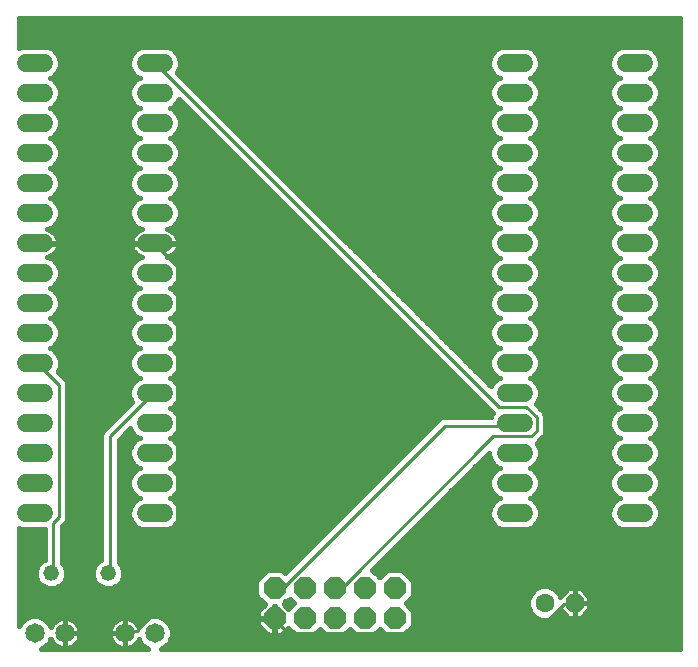
<source format=gbl>
G75*
%MOIN*%
%OFA0B0*%
%FSLAX25Y25*%
%IPPOS*%
%LPD*%
%AMOC8*
5,1,8,0,0,1.08239X$1,22.5*
%
%ADD10OC8,0.06300*%
%ADD11C,0.06300*%
%ADD12OC8,0.07400*%
%ADD13C,0.06000*%
%ADD14C,0.05200*%
%ADD15C,0.06500*%
%ADD16C,0.01000*%
%ADD17C,0.04000*%
%ADD18C,0.01600*%
D10*
X0191800Y0021800D03*
D11*
X0181800Y0021800D03*
D12*
X0131800Y0016800D03*
X0131800Y0026800D03*
X0121800Y0026800D03*
X0111800Y0026800D03*
X0111800Y0016800D03*
X0121800Y0016800D03*
X0101800Y0016800D03*
X0091800Y0016800D03*
X0091800Y0026800D03*
X0101800Y0026800D03*
D13*
X0054800Y0051800D02*
X0048800Y0051800D01*
X0048800Y0061800D02*
X0054800Y0061800D01*
X0054800Y0071800D02*
X0048800Y0071800D01*
X0048800Y0081800D02*
X0054800Y0081800D01*
X0054800Y0091800D02*
X0048800Y0091800D01*
X0048800Y0101800D02*
X0054800Y0101800D01*
X0054800Y0111800D02*
X0048800Y0111800D01*
X0048800Y0121800D02*
X0054800Y0121800D01*
X0054800Y0131800D02*
X0048800Y0131800D01*
X0048800Y0141800D02*
X0054800Y0141800D01*
X0054800Y0151800D02*
X0048800Y0151800D01*
X0048800Y0161800D02*
X0054800Y0161800D01*
X0054800Y0171800D02*
X0048800Y0171800D01*
X0048800Y0181800D02*
X0054800Y0181800D01*
X0054800Y0191800D02*
X0048800Y0191800D01*
X0048800Y0201800D02*
X0054800Y0201800D01*
X0014800Y0201800D02*
X0008800Y0201800D01*
X0008800Y0191800D02*
X0014800Y0191800D01*
X0014800Y0181800D02*
X0008800Y0181800D01*
X0008800Y0171800D02*
X0014800Y0171800D01*
X0014800Y0161800D02*
X0008800Y0161800D01*
X0008800Y0151800D02*
X0014800Y0151800D01*
X0014800Y0141800D02*
X0008800Y0141800D01*
X0008800Y0131800D02*
X0014800Y0131800D01*
X0014800Y0121800D02*
X0008800Y0121800D01*
X0008800Y0111800D02*
X0014800Y0111800D01*
X0014800Y0101800D02*
X0008800Y0101800D01*
X0008800Y0091800D02*
X0014800Y0091800D01*
X0014800Y0081800D02*
X0008800Y0081800D01*
X0008800Y0071800D02*
X0014800Y0071800D01*
X0014800Y0061800D02*
X0008800Y0061800D01*
X0008800Y0051800D02*
X0014800Y0051800D01*
X0168800Y0051800D02*
X0174800Y0051800D01*
X0174800Y0061800D02*
X0168800Y0061800D01*
X0168800Y0071800D02*
X0174800Y0071800D01*
X0174800Y0081800D02*
X0168800Y0081800D01*
X0168800Y0091800D02*
X0174800Y0091800D01*
X0174800Y0101800D02*
X0168800Y0101800D01*
X0168800Y0111800D02*
X0174800Y0111800D01*
X0174800Y0121800D02*
X0168800Y0121800D01*
X0168800Y0131800D02*
X0174800Y0131800D01*
X0174800Y0141800D02*
X0168800Y0141800D01*
X0168800Y0151800D02*
X0174800Y0151800D01*
X0174800Y0161800D02*
X0168800Y0161800D01*
X0168800Y0171800D02*
X0174800Y0171800D01*
X0174800Y0181800D02*
X0168800Y0181800D01*
X0168800Y0191800D02*
X0174800Y0191800D01*
X0174800Y0201800D02*
X0168800Y0201800D01*
X0208800Y0201800D02*
X0214800Y0201800D01*
X0214800Y0191800D02*
X0208800Y0191800D01*
X0208800Y0181800D02*
X0214800Y0181800D01*
X0214800Y0171800D02*
X0208800Y0171800D01*
X0208800Y0161800D02*
X0214800Y0161800D01*
X0214800Y0151800D02*
X0208800Y0151800D01*
X0208800Y0141800D02*
X0214800Y0141800D01*
X0214800Y0131800D02*
X0208800Y0131800D01*
X0208800Y0121800D02*
X0214800Y0121800D01*
X0214800Y0111800D02*
X0208800Y0111800D01*
X0208800Y0101800D02*
X0214800Y0101800D01*
X0214800Y0091800D02*
X0208800Y0091800D01*
X0208800Y0081800D02*
X0214800Y0081800D01*
X0214800Y0071800D02*
X0208800Y0071800D01*
X0208800Y0061800D02*
X0214800Y0061800D01*
X0214800Y0051800D02*
X0208800Y0051800D01*
D14*
X0036300Y0031800D03*
X0017300Y0031800D03*
D15*
X0021800Y0011800D03*
X0011800Y0011800D03*
X0041800Y0011800D03*
X0051800Y0011800D03*
D16*
X0050400Y0017100D02*
X0059400Y0017100D01*
X0059400Y0134100D01*
X0052200Y0141300D01*
X0051800Y0141800D01*
X0012600Y0101700D02*
X0011800Y0101800D01*
X0012600Y0101700D02*
X0019800Y0094500D01*
X0019800Y0050400D01*
X0018000Y0048600D01*
X0018000Y0032400D01*
X0017300Y0031800D01*
X0036300Y0031800D02*
X0036900Y0032400D01*
X0036900Y0077400D01*
X0051300Y0091800D01*
X0051800Y0091800D01*
X0091800Y0027000D02*
X0091800Y0026800D01*
X0091800Y0027000D02*
X0094500Y0027000D01*
X0148500Y0081000D01*
X0171000Y0081000D01*
X0171800Y0081800D01*
X0177300Y0077400D02*
X0179100Y0079200D01*
X0179100Y0083700D01*
X0175500Y0087300D01*
X0166500Y0087300D01*
X0052200Y0201600D01*
X0051800Y0201800D01*
X0164700Y0077400D02*
X0177300Y0077400D01*
X0164700Y0077400D02*
X0114300Y0027000D01*
X0112500Y0027000D01*
X0111800Y0026800D01*
X0096300Y0011700D02*
X0091800Y0016200D01*
X0091800Y0016800D01*
X0091800Y0017100D01*
X0059400Y0017100D01*
X0050400Y0017100D02*
X0045900Y0012600D01*
X0042300Y0012600D01*
X0041800Y0011800D01*
X0096300Y0011700D02*
X0178200Y0011700D01*
X0188100Y0021600D01*
X0191700Y0021600D01*
X0191800Y0021800D01*
D17*
X0096300Y0021600D03*
D18*
X0015000Y0007010D02*
X0014010Y0006600D01*
X0049590Y0006600D01*
X0048600Y0007010D01*
X0047010Y0008600D01*
X0046483Y0009872D01*
X0046480Y0009861D01*
X0046119Y0009153D01*
X0045652Y0008510D01*
X0045090Y0007948D01*
X0044447Y0007481D01*
X0043739Y0007120D01*
X0042983Y0006874D01*
X0042197Y0006750D01*
X0041800Y0006750D01*
X0041800Y0011800D01*
X0041800Y0011800D01*
X0041800Y0016850D01*
X0042197Y0016850D01*
X0042983Y0016726D01*
X0043739Y0016480D01*
X0044447Y0016119D01*
X0045090Y0015652D01*
X0045652Y0015090D01*
X0046119Y0014447D01*
X0046480Y0013739D01*
X0046483Y0013728D01*
X0047010Y0015000D01*
X0048600Y0016590D01*
X0050676Y0017450D01*
X0052924Y0017450D01*
X0055000Y0016590D01*
X0056590Y0015000D01*
X0057450Y0012924D01*
X0057450Y0010676D01*
X0056590Y0008600D01*
X0055000Y0007010D01*
X0054010Y0006600D01*
X0226800Y0006600D01*
X0226800Y0216800D01*
X0006600Y0216800D01*
X0006600Y0206734D01*
X0007726Y0207200D01*
X0015874Y0207200D01*
X0017859Y0206378D01*
X0019378Y0204859D01*
X0020200Y0202874D01*
X0020200Y0200726D01*
X0019378Y0198741D01*
X0017859Y0197222D01*
X0016840Y0196800D01*
X0017859Y0196378D01*
X0019378Y0194859D01*
X0020200Y0192874D01*
X0020200Y0190726D01*
X0019378Y0188741D01*
X0017859Y0187222D01*
X0016840Y0186800D01*
X0017859Y0186378D01*
X0019378Y0184859D01*
X0020200Y0182874D01*
X0020200Y0180726D01*
X0019378Y0178741D01*
X0017859Y0177222D01*
X0016840Y0176800D01*
X0017859Y0176378D01*
X0019378Y0174859D01*
X0020200Y0172874D01*
X0020200Y0170726D01*
X0019378Y0168741D01*
X0017859Y0167222D01*
X0016840Y0166800D01*
X0017859Y0166378D01*
X0019378Y0164859D01*
X0020200Y0162874D01*
X0020200Y0160726D01*
X0019378Y0158741D01*
X0017859Y0157222D01*
X0016840Y0156800D01*
X0017859Y0156378D01*
X0019378Y0154859D01*
X0020200Y0152874D01*
X0020200Y0150726D01*
X0019378Y0148741D01*
X0017859Y0147222D01*
X0016007Y0146455D01*
X0016643Y0146248D01*
X0017316Y0145905D01*
X0017927Y0145461D01*
X0018461Y0144927D01*
X0018905Y0144316D01*
X0019248Y0143643D01*
X0019482Y0142924D01*
X0019600Y0142178D01*
X0019600Y0142000D01*
X0012000Y0142000D01*
X0012000Y0141600D01*
X0019600Y0141600D01*
X0019600Y0141422D01*
X0019482Y0140676D01*
X0019248Y0139957D01*
X0018905Y0139284D01*
X0018461Y0138673D01*
X0017927Y0138139D01*
X0017316Y0137695D01*
X0016643Y0137352D01*
X0016007Y0137145D01*
X0017859Y0136378D01*
X0019378Y0134859D01*
X0020200Y0132874D01*
X0020200Y0130726D01*
X0019378Y0128741D01*
X0017859Y0127222D01*
X0016840Y0126800D01*
X0017859Y0126378D01*
X0019378Y0124859D01*
X0020200Y0122874D01*
X0020200Y0120726D01*
X0019378Y0118741D01*
X0017859Y0117222D01*
X0016840Y0116800D01*
X0017859Y0116378D01*
X0019378Y0114859D01*
X0020200Y0112874D01*
X0020200Y0110726D01*
X0019378Y0108741D01*
X0017859Y0107222D01*
X0016840Y0106800D01*
X0017859Y0106378D01*
X0019378Y0104859D01*
X0020200Y0102874D01*
X0020200Y0100726D01*
X0019461Y0098941D01*
X0022258Y0096143D01*
X0022700Y0095077D01*
X0022700Y0049823D01*
X0022258Y0048757D01*
X0021443Y0047941D01*
X0020900Y0047399D01*
X0020900Y0035271D01*
X0021539Y0034632D01*
X0022300Y0032795D01*
X0022300Y0030805D01*
X0021539Y0028968D01*
X0020132Y0027561D01*
X0018295Y0026800D01*
X0016305Y0026800D01*
X0014468Y0027561D01*
X0013061Y0028968D01*
X0012300Y0030805D01*
X0012300Y0032795D01*
X0013061Y0034632D01*
X0014468Y0036039D01*
X0015100Y0036301D01*
X0015100Y0046400D01*
X0007726Y0046400D01*
X0006600Y0046866D01*
X0006600Y0014010D01*
X0007010Y0015000D01*
X0008600Y0016590D01*
X0010676Y0017450D01*
X0012924Y0017450D01*
X0015000Y0016590D01*
X0016590Y0015000D01*
X0017117Y0013728D01*
X0017120Y0013739D01*
X0017481Y0014447D01*
X0017948Y0015090D01*
X0018510Y0015652D01*
X0019153Y0016119D01*
X0019861Y0016480D01*
X0020617Y0016726D01*
X0021403Y0016850D01*
X0021800Y0016850D01*
X0021800Y0011800D01*
X0021800Y0011800D01*
X0026850Y0011800D01*
X0026850Y0012197D01*
X0026726Y0012983D01*
X0026480Y0013739D01*
X0026119Y0014447D01*
X0025652Y0015090D01*
X0025090Y0015652D01*
X0024447Y0016119D01*
X0023739Y0016480D01*
X0022983Y0016726D01*
X0022197Y0016850D01*
X0021800Y0016850D01*
X0021800Y0011800D01*
X0021800Y0011800D01*
X0026850Y0011800D01*
X0026850Y0011403D01*
X0026726Y0010617D01*
X0026480Y0009861D01*
X0026119Y0009153D01*
X0025652Y0008510D01*
X0025090Y0007948D01*
X0024447Y0007481D01*
X0023739Y0007120D01*
X0022983Y0006874D01*
X0022197Y0006750D01*
X0021800Y0006750D01*
X0021800Y0011800D01*
X0021800Y0011800D01*
X0021800Y0006750D01*
X0021403Y0006750D01*
X0020617Y0006874D01*
X0019861Y0007120D01*
X0019153Y0007481D01*
X0018510Y0007948D01*
X0017948Y0008510D01*
X0017481Y0009153D01*
X0017120Y0009861D01*
X0017117Y0009872D01*
X0016590Y0008600D01*
X0015000Y0007010D01*
X0016184Y0008194D02*
X0018264Y0008194D01*
X0017155Y0009793D02*
X0017084Y0009793D01*
X0021800Y0009793D02*
X0021800Y0009793D01*
X0021800Y0011391D02*
X0021800Y0011391D01*
X0021800Y0012990D02*
X0021800Y0012990D01*
X0021800Y0014588D02*
X0021800Y0014588D01*
X0021800Y0016187D02*
X0021800Y0016187D01*
X0019286Y0016187D02*
X0015404Y0016187D01*
X0016761Y0014588D02*
X0017584Y0014588D01*
X0024314Y0016187D02*
X0039286Y0016187D01*
X0039153Y0016119D02*
X0038510Y0015652D01*
X0037948Y0015090D01*
X0037481Y0014447D01*
X0037120Y0013739D01*
X0036874Y0012983D01*
X0036750Y0012197D01*
X0036750Y0011800D01*
X0041800Y0011800D01*
X0041800Y0011800D01*
X0041800Y0011800D01*
X0041800Y0016850D01*
X0041403Y0016850D01*
X0040617Y0016726D01*
X0039861Y0016480D01*
X0039153Y0016119D01*
X0037584Y0014588D02*
X0026016Y0014588D01*
X0026723Y0012990D02*
X0036877Y0012990D01*
X0036750Y0011800D02*
X0036750Y0011403D01*
X0036874Y0010617D01*
X0037120Y0009861D01*
X0037481Y0009153D01*
X0037948Y0008510D01*
X0038510Y0007948D01*
X0039153Y0007481D01*
X0039861Y0007120D01*
X0040617Y0006874D01*
X0041403Y0006750D01*
X0041800Y0006750D01*
X0041800Y0011800D01*
X0036750Y0011800D01*
X0036752Y0011391D02*
X0026848Y0011391D01*
X0026445Y0009793D02*
X0037155Y0009793D01*
X0038264Y0008194D02*
X0025336Y0008194D01*
X0021800Y0008194D02*
X0021800Y0008194D01*
X0008196Y0016187D02*
X0006600Y0016187D01*
X0006600Y0017785D02*
X0086300Y0017785D01*
X0086300Y0017000D02*
X0091600Y0017000D01*
X0091600Y0020700D01*
X0092000Y0020700D01*
X0092000Y0017000D01*
X0091600Y0017000D01*
X0091600Y0016600D01*
X0092000Y0016600D01*
X0092000Y0011300D01*
X0094078Y0011300D01*
X0096376Y0013598D01*
X0099273Y0010700D01*
X0104327Y0010700D01*
X0106800Y0013173D01*
X0109273Y0010700D01*
X0114327Y0010700D01*
X0116800Y0013173D01*
X0119273Y0010700D01*
X0124327Y0010700D01*
X0126800Y0013173D01*
X0129273Y0010700D01*
X0134327Y0010700D01*
X0137900Y0014273D01*
X0137900Y0019327D01*
X0135427Y0021800D01*
X0137900Y0024273D01*
X0137900Y0029327D01*
X0134327Y0032900D01*
X0129273Y0032900D01*
X0126800Y0030427D01*
X0124327Y0032900D01*
X0124301Y0032900D01*
X0163400Y0071999D01*
X0163400Y0070726D01*
X0164222Y0068741D01*
X0165741Y0067222D01*
X0166760Y0066800D01*
X0165741Y0066378D01*
X0164222Y0064859D01*
X0163400Y0062874D01*
X0163400Y0060726D01*
X0164222Y0058741D01*
X0165741Y0057222D01*
X0166760Y0056800D01*
X0165741Y0056378D01*
X0164222Y0054859D01*
X0163400Y0052874D01*
X0163400Y0050726D01*
X0164222Y0048741D01*
X0165741Y0047222D01*
X0167726Y0046400D01*
X0175874Y0046400D01*
X0177859Y0047222D01*
X0179378Y0048741D01*
X0180200Y0050726D01*
X0180200Y0052874D01*
X0179378Y0054859D01*
X0177859Y0056378D01*
X0176840Y0056800D01*
X0177859Y0057222D01*
X0179378Y0058741D01*
X0180200Y0060726D01*
X0180200Y0062874D01*
X0179378Y0064859D01*
X0177859Y0066378D01*
X0176840Y0066800D01*
X0177859Y0067222D01*
X0179378Y0068741D01*
X0180200Y0070726D01*
X0180200Y0072874D01*
X0179378Y0074859D01*
X0179119Y0075118D01*
X0180743Y0076741D01*
X0181558Y0077557D01*
X0182000Y0078623D01*
X0182000Y0084277D01*
X0181558Y0085343D01*
X0178769Y0088132D01*
X0179378Y0088741D01*
X0180200Y0090726D01*
X0180200Y0092874D01*
X0179378Y0094859D01*
X0177859Y0096378D01*
X0176840Y0096800D01*
X0177859Y0097222D01*
X0179378Y0098741D01*
X0180200Y0100726D01*
X0180200Y0102874D01*
X0179378Y0104859D01*
X0177859Y0106378D01*
X0176840Y0106800D01*
X0177859Y0107222D01*
X0179378Y0108741D01*
X0180200Y0110726D01*
X0180200Y0112874D01*
X0179378Y0114859D01*
X0177859Y0116378D01*
X0176840Y0116800D01*
X0177859Y0117222D01*
X0179378Y0118741D01*
X0180200Y0120726D01*
X0180200Y0122874D01*
X0179378Y0124859D01*
X0177859Y0126378D01*
X0176840Y0126800D01*
X0177859Y0127222D01*
X0179378Y0128741D01*
X0180200Y0130726D01*
X0180200Y0132874D01*
X0179378Y0134859D01*
X0177859Y0136378D01*
X0176840Y0136800D01*
X0177859Y0137222D01*
X0179378Y0138741D01*
X0180200Y0140726D01*
X0180200Y0142874D01*
X0179378Y0144859D01*
X0177859Y0146378D01*
X0176840Y0146800D01*
X0177859Y0147222D01*
X0179378Y0148741D01*
X0180200Y0150726D01*
X0180200Y0152874D01*
X0179378Y0154859D01*
X0177859Y0156378D01*
X0176840Y0156800D01*
X0177859Y0157222D01*
X0179378Y0158741D01*
X0180200Y0160726D01*
X0180200Y0162874D01*
X0179378Y0164859D01*
X0177859Y0166378D01*
X0176840Y0166800D01*
X0177859Y0167222D01*
X0179378Y0168741D01*
X0180200Y0170726D01*
X0180200Y0172874D01*
X0179378Y0174859D01*
X0177859Y0176378D01*
X0176840Y0176800D01*
X0177859Y0177222D01*
X0179378Y0178741D01*
X0180200Y0180726D01*
X0180200Y0182874D01*
X0179378Y0184859D01*
X0177859Y0186378D01*
X0176840Y0186800D01*
X0177859Y0187222D01*
X0179378Y0188741D01*
X0180200Y0190726D01*
X0180200Y0192874D01*
X0179378Y0194859D01*
X0177859Y0196378D01*
X0176840Y0196800D01*
X0177859Y0197222D01*
X0179378Y0198741D01*
X0180200Y0200726D01*
X0180200Y0202874D01*
X0179378Y0204859D01*
X0177859Y0206378D01*
X0175874Y0207200D01*
X0167726Y0207200D01*
X0165741Y0206378D01*
X0164222Y0204859D01*
X0163400Y0202874D01*
X0163400Y0200726D01*
X0164222Y0198741D01*
X0165741Y0197222D01*
X0166760Y0196800D01*
X0165741Y0196378D01*
X0164222Y0194859D01*
X0163400Y0192874D01*
X0163400Y0190726D01*
X0164222Y0188741D01*
X0165741Y0187222D01*
X0166760Y0186800D01*
X0165741Y0186378D01*
X0164222Y0184859D01*
X0163400Y0182874D01*
X0163400Y0180726D01*
X0164222Y0178741D01*
X0165741Y0177222D01*
X0166760Y0176800D01*
X0165741Y0176378D01*
X0164222Y0174859D01*
X0163400Y0172874D01*
X0163400Y0170726D01*
X0164222Y0168741D01*
X0165741Y0167222D01*
X0166760Y0166800D01*
X0165741Y0166378D01*
X0164222Y0164859D01*
X0163400Y0162874D01*
X0163400Y0160726D01*
X0164222Y0158741D01*
X0165741Y0157222D01*
X0166760Y0156800D01*
X0165741Y0156378D01*
X0164222Y0154859D01*
X0163400Y0152874D01*
X0163400Y0150726D01*
X0164222Y0148741D01*
X0165741Y0147222D01*
X0166760Y0146800D01*
X0165741Y0146378D01*
X0164222Y0144859D01*
X0163400Y0142874D01*
X0163400Y0140726D01*
X0164222Y0138741D01*
X0165741Y0137222D01*
X0166760Y0136800D01*
X0165741Y0136378D01*
X0164222Y0134859D01*
X0163400Y0132874D01*
X0163400Y0130726D01*
X0164222Y0128741D01*
X0165741Y0127222D01*
X0166760Y0126800D01*
X0165741Y0126378D01*
X0164222Y0124859D01*
X0163400Y0122874D01*
X0163400Y0120726D01*
X0164222Y0118741D01*
X0165741Y0117222D01*
X0166760Y0116800D01*
X0165741Y0116378D01*
X0164222Y0114859D01*
X0163400Y0112874D01*
X0163400Y0110726D01*
X0164222Y0108741D01*
X0165741Y0107222D01*
X0166760Y0106800D01*
X0165741Y0106378D01*
X0164222Y0104859D01*
X0163400Y0102874D01*
X0163400Y0100726D01*
X0164222Y0098741D01*
X0165741Y0097222D01*
X0166760Y0096800D01*
X0165741Y0096378D01*
X0164222Y0094859D01*
X0163877Y0094025D01*
X0059269Y0198632D01*
X0059378Y0198741D01*
X0060200Y0200726D01*
X0060200Y0202874D01*
X0059378Y0204859D01*
X0057859Y0206378D01*
X0055874Y0207200D01*
X0047726Y0207200D01*
X0045741Y0206378D01*
X0044222Y0204859D01*
X0043400Y0202874D01*
X0043400Y0200726D01*
X0044222Y0198741D01*
X0045741Y0197222D01*
X0046760Y0196800D01*
X0045741Y0196378D01*
X0044222Y0194859D01*
X0043400Y0192874D01*
X0043400Y0190726D01*
X0044222Y0188741D01*
X0045741Y0187222D01*
X0046760Y0186800D01*
X0045741Y0186378D01*
X0044222Y0184859D01*
X0043400Y0182874D01*
X0043400Y0180726D01*
X0044222Y0178741D01*
X0045741Y0177222D01*
X0046760Y0176800D01*
X0045741Y0176378D01*
X0044222Y0174859D01*
X0043400Y0172874D01*
X0043400Y0170726D01*
X0044222Y0168741D01*
X0045741Y0167222D01*
X0046760Y0166800D01*
X0045741Y0166378D01*
X0044222Y0164859D01*
X0043400Y0162874D01*
X0043400Y0160726D01*
X0044222Y0158741D01*
X0045741Y0157222D01*
X0046760Y0156800D01*
X0045741Y0156378D01*
X0044222Y0154859D01*
X0043400Y0152874D01*
X0043400Y0150726D01*
X0044222Y0148741D01*
X0045741Y0147222D01*
X0047593Y0146455D01*
X0046957Y0146248D01*
X0046284Y0145905D01*
X0045673Y0145461D01*
X0045139Y0144927D01*
X0044695Y0144316D01*
X0044352Y0143643D01*
X0044118Y0142924D01*
X0044000Y0142178D01*
X0044000Y0142000D01*
X0051600Y0142000D01*
X0051600Y0141600D01*
X0044000Y0141600D01*
X0044000Y0141422D01*
X0044118Y0140676D01*
X0044352Y0139957D01*
X0044695Y0139284D01*
X0045139Y0138673D01*
X0045673Y0138139D01*
X0046284Y0137695D01*
X0046957Y0137352D01*
X0047593Y0137145D01*
X0045741Y0136378D01*
X0044222Y0134859D01*
X0043400Y0132874D01*
X0043400Y0130726D01*
X0044222Y0128741D01*
X0045741Y0127222D01*
X0046760Y0126800D01*
X0045741Y0126378D01*
X0044222Y0124859D01*
X0043400Y0122874D01*
X0043400Y0120726D01*
X0044222Y0118741D01*
X0045741Y0117222D01*
X0046760Y0116800D01*
X0045741Y0116378D01*
X0044222Y0114859D01*
X0043400Y0112874D01*
X0043400Y0110726D01*
X0044222Y0108741D01*
X0045741Y0107222D01*
X0046760Y0106800D01*
X0045741Y0106378D01*
X0044222Y0104859D01*
X0043400Y0102874D01*
X0043400Y0100726D01*
X0044222Y0098741D01*
X0045741Y0097222D01*
X0046760Y0096800D01*
X0045741Y0096378D01*
X0044222Y0094859D01*
X0043400Y0092874D01*
X0043400Y0090726D01*
X0044198Y0088799D01*
X0034441Y0079043D01*
X0034000Y0077977D01*
X0034000Y0036259D01*
X0033468Y0036039D01*
X0032061Y0034632D01*
X0031300Y0032795D01*
X0031300Y0030805D01*
X0032061Y0028968D01*
X0033468Y0027561D01*
X0035305Y0026800D01*
X0037295Y0026800D01*
X0039132Y0027561D01*
X0040539Y0028968D01*
X0041300Y0030805D01*
X0041300Y0032795D01*
X0040539Y0034632D01*
X0039800Y0035371D01*
X0039800Y0076199D01*
X0043672Y0080070D01*
X0044222Y0078741D01*
X0045741Y0077222D01*
X0046760Y0076800D01*
X0045741Y0076378D01*
X0044222Y0074859D01*
X0043400Y0072874D01*
X0043400Y0070726D01*
X0044222Y0068741D01*
X0045741Y0067222D01*
X0046760Y0066800D01*
X0045741Y0066378D01*
X0044222Y0064859D01*
X0043400Y0062874D01*
X0043400Y0060726D01*
X0044222Y0058741D01*
X0045741Y0057222D01*
X0046760Y0056800D01*
X0045741Y0056378D01*
X0044222Y0054859D01*
X0043400Y0052874D01*
X0043400Y0050726D01*
X0044222Y0048741D01*
X0045741Y0047222D01*
X0047726Y0046400D01*
X0055874Y0046400D01*
X0057859Y0047222D01*
X0059378Y0048741D01*
X0060200Y0050726D01*
X0060200Y0052874D01*
X0059378Y0054859D01*
X0057859Y0056378D01*
X0056840Y0056800D01*
X0057859Y0057222D01*
X0059378Y0058741D01*
X0060200Y0060726D01*
X0060200Y0062874D01*
X0059378Y0064859D01*
X0057859Y0066378D01*
X0056840Y0066800D01*
X0057859Y0067222D01*
X0059378Y0068741D01*
X0060200Y0070726D01*
X0060200Y0072874D01*
X0059378Y0074859D01*
X0057859Y0076378D01*
X0056840Y0076800D01*
X0057859Y0077222D01*
X0059378Y0078741D01*
X0060200Y0080726D01*
X0060200Y0082874D01*
X0059378Y0084859D01*
X0057859Y0086378D01*
X0056840Y0086800D01*
X0057859Y0087222D01*
X0059378Y0088741D01*
X0060200Y0090726D01*
X0060200Y0092874D01*
X0059378Y0094859D01*
X0057859Y0096378D01*
X0056840Y0096800D01*
X0057859Y0097222D01*
X0059378Y0098741D01*
X0060200Y0100726D01*
X0060200Y0102874D01*
X0059378Y0104859D01*
X0057859Y0106378D01*
X0056840Y0106800D01*
X0057859Y0107222D01*
X0059378Y0108741D01*
X0060200Y0110726D01*
X0060200Y0112874D01*
X0059378Y0114859D01*
X0057859Y0116378D01*
X0056840Y0116800D01*
X0057859Y0117222D01*
X0059378Y0118741D01*
X0060200Y0120726D01*
X0060200Y0122874D01*
X0059378Y0124859D01*
X0057859Y0126378D01*
X0056840Y0126800D01*
X0057859Y0127222D01*
X0059378Y0128741D01*
X0060200Y0130726D01*
X0060200Y0132874D01*
X0059378Y0134859D01*
X0057859Y0136378D01*
X0056007Y0137145D01*
X0056643Y0137352D01*
X0057316Y0137695D01*
X0057927Y0138139D01*
X0058461Y0138673D01*
X0058905Y0139284D01*
X0059248Y0139957D01*
X0059482Y0140676D01*
X0059600Y0141422D01*
X0059600Y0141600D01*
X0052000Y0141600D01*
X0052000Y0142000D01*
X0059600Y0142000D01*
X0059600Y0142178D01*
X0059482Y0142924D01*
X0059248Y0143643D01*
X0058905Y0144316D01*
X0058461Y0144927D01*
X0057927Y0145461D01*
X0057316Y0145905D01*
X0056643Y0146248D01*
X0056007Y0146455D01*
X0057859Y0147222D01*
X0059378Y0148741D01*
X0060200Y0150726D01*
X0060200Y0152874D01*
X0059378Y0154859D01*
X0057859Y0156378D01*
X0056840Y0156800D01*
X0057859Y0157222D01*
X0059378Y0158741D01*
X0060200Y0160726D01*
X0060200Y0162874D01*
X0059378Y0164859D01*
X0057859Y0166378D01*
X0056840Y0166800D01*
X0057859Y0167222D01*
X0059378Y0168741D01*
X0060200Y0170726D01*
X0060200Y0172874D01*
X0059378Y0174859D01*
X0057859Y0176378D01*
X0056840Y0176800D01*
X0057859Y0177222D01*
X0059378Y0178741D01*
X0060200Y0180726D01*
X0060200Y0182874D01*
X0059378Y0184859D01*
X0057859Y0186378D01*
X0056840Y0186800D01*
X0057859Y0187222D01*
X0059378Y0188741D01*
X0059841Y0189858D01*
X0164531Y0085168D01*
X0164222Y0084859D01*
X0163825Y0083900D01*
X0147923Y0083900D01*
X0146857Y0083458D01*
X0146041Y0082643D01*
X0095313Y0031914D01*
X0094327Y0032900D01*
X0089273Y0032900D01*
X0085700Y0029327D01*
X0085700Y0024273D01*
X0088598Y0021376D01*
X0086300Y0019078D01*
X0086300Y0017000D01*
X0086300Y0016600D02*
X0086300Y0014522D01*
X0089522Y0011300D01*
X0091600Y0011300D01*
X0091600Y0016600D01*
X0086300Y0016600D01*
X0086300Y0016187D02*
X0055404Y0016187D01*
X0056761Y0014588D02*
X0086300Y0014588D01*
X0087832Y0012990D02*
X0057423Y0012990D01*
X0057450Y0011391D02*
X0089431Y0011391D01*
X0091600Y0011391D02*
X0092000Y0011391D01*
X0092000Y0012990D02*
X0091600Y0012990D01*
X0091600Y0014588D02*
X0092000Y0014588D01*
X0092000Y0016187D02*
X0091600Y0016187D01*
X0091600Y0017785D02*
X0092000Y0017785D01*
X0092000Y0019384D02*
X0091600Y0019384D01*
X0088204Y0020982D02*
X0006600Y0020982D01*
X0006600Y0019384D02*
X0086605Y0019384D01*
X0087393Y0022581D02*
X0006600Y0022581D01*
X0006600Y0024179D02*
X0085794Y0024179D01*
X0085700Y0025778D02*
X0006600Y0025778D01*
X0006600Y0027376D02*
X0014914Y0027376D01*
X0013058Y0028975D02*
X0006600Y0028975D01*
X0006600Y0030573D02*
X0012396Y0030573D01*
X0012300Y0032172D02*
X0006600Y0032172D01*
X0006600Y0033770D02*
X0012704Y0033770D01*
X0013798Y0035369D02*
X0006600Y0035369D01*
X0006600Y0036967D02*
X0015100Y0036967D01*
X0015100Y0038566D02*
X0006600Y0038566D01*
X0006600Y0040164D02*
X0015100Y0040164D01*
X0015100Y0041763D02*
X0006600Y0041763D01*
X0006600Y0043361D02*
X0015100Y0043361D01*
X0015100Y0044960D02*
X0006600Y0044960D01*
X0006600Y0046558D02*
X0007344Y0046558D01*
X0020900Y0046558D02*
X0034000Y0046558D01*
X0034000Y0044960D02*
X0020900Y0044960D01*
X0020900Y0043361D02*
X0034000Y0043361D01*
X0034000Y0041763D02*
X0020900Y0041763D01*
X0020900Y0040164D02*
X0034000Y0040164D01*
X0034000Y0038566D02*
X0020900Y0038566D01*
X0020900Y0036967D02*
X0034000Y0036967D01*
X0032798Y0035369D02*
X0020900Y0035369D01*
X0021896Y0033770D02*
X0031704Y0033770D01*
X0031300Y0032172D02*
X0022300Y0032172D01*
X0022204Y0030573D02*
X0031396Y0030573D01*
X0032058Y0028975D02*
X0021542Y0028975D01*
X0019686Y0027376D02*
X0033914Y0027376D01*
X0038686Y0027376D02*
X0085700Y0027376D01*
X0085700Y0028975D02*
X0040542Y0028975D01*
X0041204Y0030573D02*
X0086947Y0030573D01*
X0088545Y0032172D02*
X0041300Y0032172D01*
X0040896Y0033770D02*
X0097169Y0033770D01*
X0095570Y0032172D02*
X0095055Y0032172D01*
X0098768Y0035369D02*
X0039802Y0035369D01*
X0039800Y0036967D02*
X0100366Y0036967D01*
X0101965Y0038566D02*
X0039800Y0038566D01*
X0039800Y0040164D02*
X0103563Y0040164D01*
X0105162Y0041763D02*
X0039800Y0041763D01*
X0039800Y0043361D02*
X0106760Y0043361D01*
X0108359Y0044960D02*
X0039800Y0044960D01*
X0039800Y0046558D02*
X0047344Y0046558D01*
X0044806Y0048157D02*
X0039800Y0048157D01*
X0039800Y0049755D02*
X0043802Y0049755D01*
X0043400Y0051354D02*
X0039800Y0051354D01*
X0039800Y0052952D02*
X0043432Y0052952D01*
X0044095Y0054551D02*
X0039800Y0054551D01*
X0039800Y0056149D02*
X0045513Y0056149D01*
X0045215Y0057748D02*
X0039800Y0057748D01*
X0039800Y0059346D02*
X0043971Y0059346D01*
X0043400Y0060945D02*
X0039800Y0060945D01*
X0039800Y0062543D02*
X0043400Y0062543D01*
X0043925Y0064142D02*
X0039800Y0064142D01*
X0039800Y0065740D02*
X0045104Y0065740D01*
X0045624Y0067339D02*
X0039800Y0067339D01*
X0039800Y0068937D02*
X0044141Y0068937D01*
X0043479Y0070536D02*
X0039800Y0070536D01*
X0039800Y0072134D02*
X0043400Y0072134D01*
X0043756Y0073733D02*
X0039800Y0073733D01*
X0039800Y0075332D02*
X0044695Y0075332D01*
X0046446Y0076930D02*
X0040531Y0076930D01*
X0042130Y0078529D02*
X0044435Y0078529D01*
X0038723Y0083324D02*
X0022700Y0083324D01*
X0022700Y0081726D02*
X0037124Y0081726D01*
X0035526Y0080127D02*
X0022700Y0080127D01*
X0022700Y0078529D02*
X0034229Y0078529D01*
X0034000Y0076930D02*
X0022700Y0076930D01*
X0022700Y0075332D02*
X0034000Y0075332D01*
X0034000Y0073733D02*
X0022700Y0073733D01*
X0022700Y0072134D02*
X0034000Y0072134D01*
X0034000Y0070536D02*
X0022700Y0070536D01*
X0022700Y0068937D02*
X0034000Y0068937D01*
X0034000Y0067339D02*
X0022700Y0067339D01*
X0022700Y0065740D02*
X0034000Y0065740D01*
X0034000Y0064142D02*
X0022700Y0064142D01*
X0022700Y0062543D02*
X0034000Y0062543D01*
X0034000Y0060945D02*
X0022700Y0060945D01*
X0022700Y0059346D02*
X0034000Y0059346D01*
X0034000Y0057748D02*
X0022700Y0057748D01*
X0022700Y0056149D02*
X0034000Y0056149D01*
X0034000Y0054551D02*
X0022700Y0054551D01*
X0022700Y0052952D02*
X0034000Y0052952D01*
X0034000Y0051354D02*
X0022700Y0051354D01*
X0022672Y0049755D02*
X0034000Y0049755D01*
X0034000Y0048157D02*
X0021658Y0048157D01*
X0056256Y0046558D02*
X0109957Y0046558D01*
X0111556Y0048157D02*
X0058794Y0048157D01*
X0059798Y0049755D02*
X0113154Y0049755D01*
X0114753Y0051354D02*
X0060200Y0051354D01*
X0060168Y0052952D02*
X0116351Y0052952D01*
X0117950Y0054551D02*
X0059505Y0054551D01*
X0058087Y0056149D02*
X0119548Y0056149D01*
X0121147Y0057748D02*
X0058385Y0057748D01*
X0059629Y0059346D02*
X0122745Y0059346D01*
X0124344Y0060945D02*
X0060200Y0060945D01*
X0060200Y0062543D02*
X0125942Y0062543D01*
X0127541Y0064142D02*
X0059675Y0064142D01*
X0058496Y0065740D02*
X0129139Y0065740D01*
X0130738Y0067339D02*
X0057976Y0067339D01*
X0059459Y0068937D02*
X0132336Y0068937D01*
X0133935Y0070536D02*
X0060121Y0070536D01*
X0060200Y0072134D02*
X0135533Y0072134D01*
X0137132Y0073733D02*
X0059844Y0073733D01*
X0058905Y0075332D02*
X0138730Y0075332D01*
X0140329Y0076930D02*
X0057154Y0076930D01*
X0059165Y0078529D02*
X0141927Y0078529D01*
X0143526Y0080127D02*
X0059952Y0080127D01*
X0060200Y0081726D02*
X0145124Y0081726D01*
X0146723Y0083324D02*
X0060014Y0083324D01*
X0059314Y0084923D02*
X0164286Y0084923D01*
X0163178Y0086521D02*
X0057513Y0086521D01*
X0058756Y0088120D02*
X0161579Y0088120D01*
X0159981Y0089718D02*
X0059783Y0089718D01*
X0060200Y0091317D02*
X0158382Y0091317D01*
X0156784Y0092915D02*
X0060183Y0092915D01*
X0059521Y0094514D02*
X0155185Y0094514D01*
X0153587Y0096112D02*
X0058125Y0096112D01*
X0058347Y0097711D02*
X0151988Y0097711D01*
X0150390Y0099309D02*
X0059613Y0099309D01*
X0060200Y0100908D02*
X0148791Y0100908D01*
X0147193Y0102506D02*
X0060200Y0102506D01*
X0059690Y0104105D02*
X0145594Y0104105D01*
X0143996Y0105703D02*
X0058534Y0105703D01*
X0057938Y0107302D02*
X0142397Y0107302D01*
X0140799Y0108900D02*
X0059444Y0108900D01*
X0060106Y0110499D02*
X0139200Y0110499D01*
X0137602Y0112097D02*
X0060200Y0112097D01*
X0059860Y0113696D02*
X0136003Y0113696D01*
X0134404Y0115294D02*
X0058942Y0115294D01*
X0057064Y0116893D02*
X0132806Y0116893D01*
X0131207Y0118491D02*
X0059128Y0118491D01*
X0059937Y0120090D02*
X0129609Y0120090D01*
X0128010Y0121688D02*
X0060200Y0121688D01*
X0060029Y0123287D02*
X0126412Y0123287D01*
X0124813Y0124885D02*
X0059351Y0124885D01*
X0057603Y0126484D02*
X0123215Y0126484D01*
X0121616Y0128082D02*
X0058719Y0128082D01*
X0059767Y0129681D02*
X0120018Y0129681D01*
X0118419Y0131279D02*
X0060200Y0131279D01*
X0060198Y0132878D02*
X0116821Y0132878D01*
X0115222Y0134476D02*
X0059536Y0134476D01*
X0058162Y0136075D02*
X0113624Y0136075D01*
X0112025Y0137673D02*
X0057274Y0137673D01*
X0058896Y0139272D02*
X0110427Y0139272D01*
X0108828Y0140870D02*
X0059513Y0140870D01*
X0059554Y0142469D02*
X0107230Y0142469D01*
X0105631Y0144068D02*
X0059032Y0144068D01*
X0057645Y0145666D02*
X0104033Y0145666D01*
X0102434Y0147265D02*
X0057901Y0147265D01*
X0059428Y0148863D02*
X0100836Y0148863D01*
X0099237Y0150462D02*
X0060091Y0150462D01*
X0060200Y0152060D02*
X0097639Y0152060D01*
X0096040Y0153659D02*
X0059875Y0153659D01*
X0058980Y0155257D02*
X0094442Y0155257D01*
X0092843Y0156856D02*
X0056974Y0156856D01*
X0059091Y0158454D02*
X0091245Y0158454D01*
X0089646Y0160053D02*
X0059921Y0160053D01*
X0060200Y0161651D02*
X0088048Y0161651D01*
X0086449Y0163250D02*
X0060044Y0163250D01*
X0059382Y0164848D02*
X0084851Y0164848D01*
X0083252Y0166447D02*
X0057693Y0166447D01*
X0058682Y0168045D02*
X0081654Y0168045D01*
X0080055Y0169644D02*
X0059752Y0169644D01*
X0060200Y0171242D02*
X0078457Y0171242D01*
X0076858Y0172841D02*
X0060200Y0172841D01*
X0059552Y0174439D02*
X0075260Y0174439D01*
X0073661Y0176038D02*
X0058199Y0176038D01*
X0058273Y0177636D02*
X0072063Y0177636D01*
X0070464Y0179235D02*
X0059582Y0179235D01*
X0060200Y0180833D02*
X0068866Y0180833D01*
X0067267Y0182432D02*
X0060200Y0182432D01*
X0059721Y0184030D02*
X0065668Y0184030D01*
X0064070Y0185629D02*
X0058608Y0185629D01*
X0057864Y0187227D02*
X0062471Y0187227D01*
X0060873Y0188826D02*
X0059413Y0188826D01*
X0064280Y0193621D02*
X0163710Y0193621D01*
X0163400Y0192023D02*
X0065878Y0192023D01*
X0067477Y0190424D02*
X0163525Y0190424D01*
X0164187Y0188826D02*
X0069075Y0188826D01*
X0070674Y0187227D02*
X0165736Y0187227D01*
X0164992Y0185629D02*
X0072272Y0185629D01*
X0073871Y0184030D02*
X0163879Y0184030D01*
X0163400Y0182432D02*
X0075469Y0182432D01*
X0077068Y0180833D02*
X0163400Y0180833D01*
X0164018Y0179235D02*
X0078666Y0179235D01*
X0080265Y0177636D02*
X0165327Y0177636D01*
X0165401Y0176038D02*
X0081863Y0176038D01*
X0083462Y0174439D02*
X0164048Y0174439D01*
X0163400Y0172841D02*
X0085060Y0172841D01*
X0086659Y0171242D02*
X0163400Y0171242D01*
X0163848Y0169644D02*
X0088258Y0169644D01*
X0089856Y0168045D02*
X0164918Y0168045D01*
X0165907Y0166447D02*
X0091455Y0166447D01*
X0093053Y0164848D02*
X0164218Y0164848D01*
X0163556Y0163250D02*
X0094652Y0163250D01*
X0096250Y0161651D02*
X0163400Y0161651D01*
X0163679Y0160053D02*
X0097849Y0160053D01*
X0099447Y0158454D02*
X0164509Y0158454D01*
X0166626Y0156856D02*
X0101046Y0156856D01*
X0102644Y0155257D02*
X0164620Y0155257D01*
X0163725Y0153659D02*
X0104243Y0153659D01*
X0105841Y0152060D02*
X0163400Y0152060D01*
X0163509Y0150462D02*
X0107440Y0150462D01*
X0109038Y0148863D02*
X0164172Y0148863D01*
X0165699Y0147265D02*
X0110637Y0147265D01*
X0112235Y0145666D02*
X0165029Y0145666D01*
X0163894Y0144068D02*
X0113834Y0144068D01*
X0115432Y0142469D02*
X0163400Y0142469D01*
X0163400Y0140870D02*
X0117031Y0140870D01*
X0118629Y0139272D02*
X0164002Y0139272D01*
X0165290Y0137673D02*
X0120228Y0137673D01*
X0121826Y0136075D02*
X0165438Y0136075D01*
X0164064Y0134476D02*
X0123425Y0134476D01*
X0125023Y0132878D02*
X0163402Y0132878D01*
X0163400Y0131279D02*
X0126622Y0131279D01*
X0128220Y0129681D02*
X0163833Y0129681D01*
X0164881Y0128082D02*
X0129819Y0128082D01*
X0131417Y0126484D02*
X0165997Y0126484D01*
X0164249Y0124885D02*
X0133016Y0124885D01*
X0134614Y0123287D02*
X0163571Y0123287D01*
X0163400Y0121688D02*
X0136213Y0121688D01*
X0137811Y0120090D02*
X0163663Y0120090D01*
X0164472Y0118491D02*
X0139410Y0118491D01*
X0141008Y0116893D02*
X0166536Y0116893D01*
X0164658Y0115294D02*
X0142607Y0115294D01*
X0144205Y0113696D02*
X0163740Y0113696D01*
X0163400Y0112097D02*
X0145804Y0112097D01*
X0147402Y0110499D02*
X0163494Y0110499D01*
X0164156Y0108900D02*
X0149001Y0108900D01*
X0150599Y0107302D02*
X0165661Y0107302D01*
X0165066Y0105703D02*
X0152198Y0105703D01*
X0153796Y0104105D02*
X0163910Y0104105D01*
X0163400Y0102506D02*
X0155395Y0102506D01*
X0156993Y0100908D02*
X0163400Y0100908D01*
X0163987Y0099309D02*
X0158592Y0099309D01*
X0160191Y0097711D02*
X0165253Y0097711D01*
X0165475Y0096112D02*
X0161789Y0096112D01*
X0163388Y0094514D02*
X0164079Y0094514D01*
X0178125Y0096112D02*
X0205475Y0096112D01*
X0205741Y0096378D02*
X0204222Y0094859D01*
X0203400Y0092874D01*
X0203400Y0090726D01*
X0204222Y0088741D01*
X0205741Y0087222D01*
X0206760Y0086800D01*
X0205741Y0086378D01*
X0204222Y0084859D01*
X0203400Y0082874D01*
X0203400Y0080726D01*
X0204222Y0078741D01*
X0205741Y0077222D01*
X0206760Y0076800D01*
X0205741Y0076378D01*
X0204222Y0074859D01*
X0203400Y0072874D01*
X0203400Y0070726D01*
X0204222Y0068741D01*
X0205741Y0067222D01*
X0206760Y0066800D01*
X0205741Y0066378D01*
X0204222Y0064859D01*
X0203400Y0062874D01*
X0203400Y0060726D01*
X0204222Y0058741D01*
X0205741Y0057222D01*
X0206760Y0056800D01*
X0205741Y0056378D01*
X0204222Y0054859D01*
X0203400Y0052874D01*
X0203400Y0050726D01*
X0204222Y0048741D01*
X0205741Y0047222D01*
X0207726Y0046400D01*
X0215874Y0046400D01*
X0217859Y0047222D01*
X0219378Y0048741D01*
X0220200Y0050726D01*
X0220200Y0052874D01*
X0219378Y0054859D01*
X0217859Y0056378D01*
X0216840Y0056800D01*
X0217859Y0057222D01*
X0219378Y0058741D01*
X0220200Y0060726D01*
X0220200Y0062874D01*
X0219378Y0064859D01*
X0217859Y0066378D01*
X0216840Y0066800D01*
X0217859Y0067222D01*
X0219378Y0068741D01*
X0220200Y0070726D01*
X0220200Y0072874D01*
X0219378Y0074859D01*
X0217859Y0076378D01*
X0216840Y0076800D01*
X0217859Y0077222D01*
X0219378Y0078741D01*
X0220200Y0080726D01*
X0220200Y0082874D01*
X0219378Y0084859D01*
X0217859Y0086378D01*
X0216840Y0086800D01*
X0217859Y0087222D01*
X0219378Y0088741D01*
X0220200Y0090726D01*
X0220200Y0092874D01*
X0219378Y0094859D01*
X0217859Y0096378D01*
X0216840Y0096800D01*
X0217859Y0097222D01*
X0219378Y0098741D01*
X0220200Y0100726D01*
X0220200Y0102874D01*
X0219378Y0104859D01*
X0217859Y0106378D01*
X0216840Y0106800D01*
X0217859Y0107222D01*
X0219378Y0108741D01*
X0220200Y0110726D01*
X0220200Y0112874D01*
X0219378Y0114859D01*
X0217859Y0116378D01*
X0216840Y0116800D01*
X0217859Y0117222D01*
X0219378Y0118741D01*
X0220200Y0120726D01*
X0220200Y0122874D01*
X0219378Y0124859D01*
X0217859Y0126378D01*
X0216840Y0126800D01*
X0217859Y0127222D01*
X0219378Y0128741D01*
X0220200Y0130726D01*
X0220200Y0132874D01*
X0219378Y0134859D01*
X0217859Y0136378D01*
X0216840Y0136800D01*
X0217859Y0137222D01*
X0219378Y0138741D01*
X0220200Y0140726D01*
X0220200Y0142874D01*
X0219378Y0144859D01*
X0217859Y0146378D01*
X0216840Y0146800D01*
X0217859Y0147222D01*
X0219378Y0148741D01*
X0220200Y0150726D01*
X0220200Y0152874D01*
X0219378Y0154859D01*
X0217859Y0156378D01*
X0216840Y0156800D01*
X0217859Y0157222D01*
X0219378Y0158741D01*
X0220200Y0160726D01*
X0220200Y0162874D01*
X0219378Y0164859D01*
X0217859Y0166378D01*
X0216840Y0166800D01*
X0217859Y0167222D01*
X0219378Y0168741D01*
X0220200Y0170726D01*
X0220200Y0172874D01*
X0219378Y0174859D01*
X0217859Y0176378D01*
X0216840Y0176800D01*
X0217859Y0177222D01*
X0219378Y0178741D01*
X0220200Y0180726D01*
X0220200Y0182874D01*
X0219378Y0184859D01*
X0217859Y0186378D01*
X0216840Y0186800D01*
X0217859Y0187222D01*
X0219378Y0188741D01*
X0220200Y0190726D01*
X0220200Y0192874D01*
X0219378Y0194859D01*
X0217859Y0196378D01*
X0216840Y0196800D01*
X0217859Y0197222D01*
X0219378Y0198741D01*
X0220200Y0200726D01*
X0220200Y0202874D01*
X0219378Y0204859D01*
X0217859Y0206378D01*
X0215874Y0207200D01*
X0207726Y0207200D01*
X0205741Y0206378D01*
X0204222Y0204859D01*
X0203400Y0202874D01*
X0203400Y0200726D01*
X0204222Y0198741D01*
X0205741Y0197222D01*
X0206760Y0196800D01*
X0205741Y0196378D01*
X0204222Y0194859D01*
X0203400Y0192874D01*
X0203400Y0190726D01*
X0204222Y0188741D01*
X0205741Y0187222D01*
X0206760Y0186800D01*
X0205741Y0186378D01*
X0204222Y0184859D01*
X0203400Y0182874D01*
X0203400Y0180726D01*
X0204222Y0178741D01*
X0205741Y0177222D01*
X0206760Y0176800D01*
X0205741Y0176378D01*
X0204222Y0174859D01*
X0203400Y0172874D01*
X0203400Y0170726D01*
X0204222Y0168741D01*
X0205741Y0167222D01*
X0206760Y0166800D01*
X0205741Y0166378D01*
X0204222Y0164859D01*
X0203400Y0162874D01*
X0203400Y0160726D01*
X0204222Y0158741D01*
X0205741Y0157222D01*
X0206760Y0156800D01*
X0205741Y0156378D01*
X0204222Y0154859D01*
X0203400Y0152874D01*
X0203400Y0150726D01*
X0204222Y0148741D01*
X0205741Y0147222D01*
X0206760Y0146800D01*
X0205741Y0146378D01*
X0204222Y0144859D01*
X0203400Y0142874D01*
X0203400Y0140726D01*
X0204222Y0138741D01*
X0205741Y0137222D01*
X0206760Y0136800D01*
X0205741Y0136378D01*
X0204222Y0134859D01*
X0203400Y0132874D01*
X0203400Y0130726D01*
X0204222Y0128741D01*
X0205741Y0127222D01*
X0206760Y0126800D01*
X0205741Y0126378D01*
X0204222Y0124859D01*
X0203400Y0122874D01*
X0203400Y0120726D01*
X0204222Y0118741D01*
X0205741Y0117222D01*
X0206760Y0116800D01*
X0205741Y0116378D01*
X0204222Y0114859D01*
X0203400Y0112874D01*
X0203400Y0110726D01*
X0204222Y0108741D01*
X0205741Y0107222D01*
X0206760Y0106800D01*
X0205741Y0106378D01*
X0204222Y0104859D01*
X0203400Y0102874D01*
X0203400Y0100726D01*
X0204222Y0098741D01*
X0205741Y0097222D01*
X0206760Y0096800D01*
X0205741Y0096378D01*
X0205253Y0097711D02*
X0178347Y0097711D01*
X0179613Y0099309D02*
X0203987Y0099309D01*
X0203400Y0100908D02*
X0180200Y0100908D01*
X0180200Y0102506D02*
X0203400Y0102506D01*
X0203910Y0104105D02*
X0179690Y0104105D01*
X0178534Y0105703D02*
X0205066Y0105703D01*
X0205661Y0107302D02*
X0177938Y0107302D01*
X0179444Y0108900D02*
X0204156Y0108900D01*
X0203494Y0110499D02*
X0180106Y0110499D01*
X0180200Y0112097D02*
X0203400Y0112097D01*
X0203740Y0113696D02*
X0179860Y0113696D01*
X0178942Y0115294D02*
X0204658Y0115294D01*
X0206536Y0116893D02*
X0177064Y0116893D01*
X0179128Y0118491D02*
X0204472Y0118491D01*
X0203663Y0120090D02*
X0179937Y0120090D01*
X0180200Y0121688D02*
X0203400Y0121688D01*
X0203571Y0123287D02*
X0180029Y0123287D01*
X0179351Y0124885D02*
X0204249Y0124885D01*
X0205997Y0126484D02*
X0177603Y0126484D01*
X0178719Y0128082D02*
X0204881Y0128082D01*
X0203833Y0129681D02*
X0179767Y0129681D01*
X0180200Y0131279D02*
X0203400Y0131279D01*
X0203402Y0132878D02*
X0180198Y0132878D01*
X0179536Y0134476D02*
X0204064Y0134476D01*
X0205438Y0136075D02*
X0178162Y0136075D01*
X0178310Y0137673D02*
X0205290Y0137673D01*
X0204002Y0139272D02*
X0179598Y0139272D01*
X0180200Y0140870D02*
X0203400Y0140870D01*
X0203400Y0142469D02*
X0180200Y0142469D01*
X0179706Y0144068D02*
X0203894Y0144068D01*
X0205029Y0145666D02*
X0178571Y0145666D01*
X0177901Y0147265D02*
X0205699Y0147265D01*
X0204172Y0148863D02*
X0179428Y0148863D01*
X0180091Y0150462D02*
X0203509Y0150462D01*
X0203400Y0152060D02*
X0180200Y0152060D01*
X0179875Y0153659D02*
X0203725Y0153659D01*
X0204620Y0155257D02*
X0178980Y0155257D01*
X0176974Y0156856D02*
X0206626Y0156856D01*
X0204509Y0158454D02*
X0179091Y0158454D01*
X0179921Y0160053D02*
X0203679Y0160053D01*
X0203400Y0161651D02*
X0180200Y0161651D01*
X0180044Y0163250D02*
X0203556Y0163250D01*
X0204218Y0164848D02*
X0179382Y0164848D01*
X0177693Y0166447D02*
X0205907Y0166447D01*
X0204918Y0168045D02*
X0178682Y0168045D01*
X0179752Y0169644D02*
X0203848Y0169644D01*
X0203400Y0171242D02*
X0180200Y0171242D01*
X0180200Y0172841D02*
X0203400Y0172841D01*
X0204048Y0174439D02*
X0179552Y0174439D01*
X0178199Y0176038D02*
X0205401Y0176038D01*
X0205327Y0177636D02*
X0178273Y0177636D01*
X0179582Y0179235D02*
X0204018Y0179235D01*
X0203400Y0180833D02*
X0180200Y0180833D01*
X0180200Y0182432D02*
X0203400Y0182432D01*
X0203879Y0184030D02*
X0179721Y0184030D01*
X0178608Y0185629D02*
X0204992Y0185629D01*
X0205736Y0187227D02*
X0177864Y0187227D01*
X0179413Y0188826D02*
X0204187Y0188826D01*
X0203525Y0190424D02*
X0180075Y0190424D01*
X0180200Y0192023D02*
X0203400Y0192023D01*
X0203710Y0193621D02*
X0179890Y0193621D01*
X0179017Y0195220D02*
X0204583Y0195220D01*
X0206716Y0196818D02*
X0176884Y0196818D01*
X0179054Y0198417D02*
X0204546Y0198417D01*
X0203694Y0200015D02*
X0179906Y0200015D01*
X0180200Y0201614D02*
X0203400Y0201614D01*
X0203540Y0203212D02*
X0180060Y0203212D01*
X0179398Y0204811D02*
X0204202Y0204811D01*
X0205817Y0206409D02*
X0177783Y0206409D01*
X0165817Y0206409D02*
X0057783Y0206409D01*
X0059398Y0204811D02*
X0164202Y0204811D01*
X0163540Y0203212D02*
X0060060Y0203212D01*
X0060200Y0201614D02*
X0163400Y0201614D01*
X0163694Y0200015D02*
X0059906Y0200015D01*
X0059484Y0198417D02*
X0164546Y0198417D01*
X0166716Y0196818D02*
X0061083Y0196818D01*
X0062681Y0195220D02*
X0164583Y0195220D01*
X0216884Y0196818D02*
X0226800Y0196818D01*
X0226800Y0195220D02*
X0219017Y0195220D01*
X0219890Y0193621D02*
X0226800Y0193621D01*
X0226800Y0192023D02*
X0220200Y0192023D01*
X0220075Y0190424D02*
X0226800Y0190424D01*
X0226800Y0188826D02*
X0219413Y0188826D01*
X0217864Y0187227D02*
X0226800Y0187227D01*
X0226800Y0185629D02*
X0218608Y0185629D01*
X0219721Y0184030D02*
X0226800Y0184030D01*
X0226800Y0182432D02*
X0220200Y0182432D01*
X0220200Y0180833D02*
X0226800Y0180833D01*
X0226800Y0179235D02*
X0219582Y0179235D01*
X0218273Y0177636D02*
X0226800Y0177636D01*
X0226800Y0176038D02*
X0218199Y0176038D01*
X0219552Y0174439D02*
X0226800Y0174439D01*
X0226800Y0172841D02*
X0220200Y0172841D01*
X0220200Y0171242D02*
X0226800Y0171242D01*
X0226800Y0169644D02*
X0219752Y0169644D01*
X0218682Y0168045D02*
X0226800Y0168045D01*
X0226800Y0166447D02*
X0217693Y0166447D01*
X0219382Y0164848D02*
X0226800Y0164848D01*
X0226800Y0163250D02*
X0220044Y0163250D01*
X0220200Y0161651D02*
X0226800Y0161651D01*
X0226800Y0160053D02*
X0219921Y0160053D01*
X0219091Y0158454D02*
X0226800Y0158454D01*
X0226800Y0156856D02*
X0216974Y0156856D01*
X0218980Y0155257D02*
X0226800Y0155257D01*
X0226800Y0153659D02*
X0219875Y0153659D01*
X0220200Y0152060D02*
X0226800Y0152060D01*
X0226800Y0150462D02*
X0220091Y0150462D01*
X0219428Y0148863D02*
X0226800Y0148863D01*
X0226800Y0147265D02*
X0217901Y0147265D01*
X0218571Y0145666D02*
X0226800Y0145666D01*
X0226800Y0144068D02*
X0219706Y0144068D01*
X0220200Y0142469D02*
X0226800Y0142469D01*
X0226800Y0140870D02*
X0220200Y0140870D01*
X0219598Y0139272D02*
X0226800Y0139272D01*
X0226800Y0137673D02*
X0218310Y0137673D01*
X0218162Y0136075D02*
X0226800Y0136075D01*
X0226800Y0134476D02*
X0219536Y0134476D01*
X0220198Y0132878D02*
X0226800Y0132878D01*
X0226800Y0131279D02*
X0220200Y0131279D01*
X0219767Y0129681D02*
X0226800Y0129681D01*
X0226800Y0128082D02*
X0218719Y0128082D01*
X0217603Y0126484D02*
X0226800Y0126484D01*
X0226800Y0124885D02*
X0219351Y0124885D01*
X0220029Y0123287D02*
X0226800Y0123287D01*
X0226800Y0121688D02*
X0220200Y0121688D01*
X0219937Y0120090D02*
X0226800Y0120090D01*
X0226800Y0118491D02*
X0219128Y0118491D01*
X0217064Y0116893D02*
X0226800Y0116893D01*
X0226800Y0115294D02*
X0218942Y0115294D01*
X0219860Y0113696D02*
X0226800Y0113696D01*
X0226800Y0112097D02*
X0220200Y0112097D01*
X0220106Y0110499D02*
X0226800Y0110499D01*
X0226800Y0108900D02*
X0219444Y0108900D01*
X0217938Y0107302D02*
X0226800Y0107302D01*
X0226800Y0105703D02*
X0218534Y0105703D01*
X0219690Y0104105D02*
X0226800Y0104105D01*
X0226800Y0102506D02*
X0220200Y0102506D01*
X0220200Y0100908D02*
X0226800Y0100908D01*
X0226800Y0099309D02*
X0219613Y0099309D01*
X0218347Y0097711D02*
X0226800Y0097711D01*
X0226800Y0096112D02*
X0218125Y0096112D01*
X0219521Y0094514D02*
X0226800Y0094514D01*
X0226800Y0092915D02*
X0220183Y0092915D01*
X0220200Y0091317D02*
X0226800Y0091317D01*
X0226800Y0089718D02*
X0219783Y0089718D01*
X0218756Y0088120D02*
X0226800Y0088120D01*
X0226800Y0086521D02*
X0217513Y0086521D01*
X0219314Y0084923D02*
X0226800Y0084923D01*
X0226800Y0083324D02*
X0220014Y0083324D01*
X0220200Y0081726D02*
X0226800Y0081726D01*
X0226800Y0080127D02*
X0219952Y0080127D01*
X0219165Y0078529D02*
X0226800Y0078529D01*
X0226800Y0076930D02*
X0217154Y0076930D01*
X0218905Y0075332D02*
X0226800Y0075332D01*
X0226800Y0073733D02*
X0219844Y0073733D01*
X0220200Y0072134D02*
X0226800Y0072134D01*
X0226800Y0070536D02*
X0220121Y0070536D01*
X0219459Y0068937D02*
X0226800Y0068937D01*
X0226800Y0067339D02*
X0217976Y0067339D01*
X0218496Y0065740D02*
X0226800Y0065740D01*
X0226800Y0064142D02*
X0219675Y0064142D01*
X0220200Y0062543D02*
X0226800Y0062543D01*
X0226800Y0060945D02*
X0220200Y0060945D01*
X0219629Y0059346D02*
X0226800Y0059346D01*
X0226800Y0057748D02*
X0218385Y0057748D01*
X0218087Y0056149D02*
X0226800Y0056149D01*
X0226800Y0054551D02*
X0219505Y0054551D01*
X0220168Y0052952D02*
X0226800Y0052952D01*
X0226800Y0051354D02*
X0220200Y0051354D01*
X0219798Y0049755D02*
X0226800Y0049755D01*
X0226800Y0048157D02*
X0218794Y0048157D01*
X0216256Y0046558D02*
X0226800Y0046558D01*
X0226800Y0044960D02*
X0136361Y0044960D01*
X0137960Y0046558D02*
X0167344Y0046558D01*
X0164806Y0048157D02*
X0139558Y0048157D01*
X0141157Y0049755D02*
X0163802Y0049755D01*
X0163400Y0051354D02*
X0142755Y0051354D01*
X0144354Y0052952D02*
X0163432Y0052952D01*
X0164095Y0054551D02*
X0145952Y0054551D01*
X0147551Y0056149D02*
X0165513Y0056149D01*
X0165215Y0057748D02*
X0149149Y0057748D01*
X0150748Y0059346D02*
X0163971Y0059346D01*
X0163400Y0060945D02*
X0152346Y0060945D01*
X0153945Y0062543D02*
X0163400Y0062543D01*
X0163925Y0064142D02*
X0155543Y0064142D01*
X0157142Y0065740D02*
X0165104Y0065740D01*
X0165624Y0067339D02*
X0158740Y0067339D01*
X0160339Y0068937D02*
X0164141Y0068937D01*
X0163479Y0070536D02*
X0161937Y0070536D01*
X0177976Y0067339D02*
X0205624Y0067339D01*
X0205104Y0065740D02*
X0178496Y0065740D01*
X0179675Y0064142D02*
X0203925Y0064142D01*
X0203400Y0062543D02*
X0180200Y0062543D01*
X0180200Y0060945D02*
X0203400Y0060945D01*
X0203971Y0059346D02*
X0179629Y0059346D01*
X0178385Y0057748D02*
X0205215Y0057748D01*
X0205513Y0056149D02*
X0178087Y0056149D01*
X0179505Y0054551D02*
X0204095Y0054551D01*
X0203432Y0052952D02*
X0180168Y0052952D01*
X0180200Y0051354D02*
X0203400Y0051354D01*
X0203802Y0049755D02*
X0179798Y0049755D01*
X0178794Y0048157D02*
X0204806Y0048157D01*
X0207344Y0046558D02*
X0176256Y0046558D01*
X0180696Y0027350D02*
X0178656Y0026505D01*
X0177095Y0024944D01*
X0176250Y0022904D01*
X0176250Y0020696D01*
X0177095Y0018656D01*
X0178656Y0017095D01*
X0180696Y0016250D01*
X0182904Y0016250D01*
X0184944Y0017095D01*
X0186505Y0018656D01*
X0186926Y0019673D01*
X0189750Y0016850D01*
X0191800Y0016850D01*
X0193850Y0016850D01*
X0196750Y0019750D01*
X0196750Y0021800D01*
X0196750Y0023850D01*
X0193850Y0026750D01*
X0191800Y0026750D01*
X0191800Y0021800D01*
X0196750Y0021800D01*
X0191800Y0021800D01*
X0191800Y0021800D01*
X0191800Y0021800D01*
X0191800Y0016850D01*
X0191800Y0021800D01*
X0191800Y0021800D01*
X0191800Y0026750D01*
X0189750Y0026750D01*
X0186926Y0023927D01*
X0186505Y0024944D01*
X0184944Y0026505D01*
X0182904Y0027350D01*
X0180696Y0027350D01*
X0177929Y0025778D02*
X0137900Y0025778D01*
X0137900Y0027376D02*
X0226800Y0027376D01*
X0226800Y0025778D02*
X0194823Y0025778D01*
X0196421Y0024179D02*
X0226800Y0024179D01*
X0226800Y0022581D02*
X0196750Y0022581D01*
X0196750Y0020982D02*
X0226800Y0020982D01*
X0226800Y0019384D02*
X0196384Y0019384D01*
X0194785Y0017785D02*
X0226800Y0017785D01*
X0226800Y0016187D02*
X0137900Y0016187D01*
X0137900Y0017785D02*
X0177966Y0017785D01*
X0176794Y0019384D02*
X0137843Y0019384D01*
X0136245Y0020982D02*
X0176250Y0020982D01*
X0176250Y0022581D02*
X0136207Y0022581D01*
X0137806Y0024179D02*
X0176778Y0024179D01*
X0185671Y0025778D02*
X0188777Y0025778D01*
X0187179Y0024179D02*
X0186822Y0024179D01*
X0186806Y0019384D02*
X0187216Y0019384D01*
X0185634Y0017785D02*
X0188815Y0017785D01*
X0191800Y0017785D02*
X0191800Y0017785D01*
X0191800Y0019384D02*
X0191800Y0019384D01*
X0191800Y0020982D02*
X0191800Y0020982D01*
X0191800Y0022581D02*
X0191800Y0022581D01*
X0191800Y0024179D02*
X0191800Y0024179D01*
X0191800Y0025778D02*
X0191800Y0025778D01*
X0226800Y0028975D02*
X0137900Y0028975D01*
X0136653Y0030573D02*
X0226800Y0030573D01*
X0226800Y0032172D02*
X0135055Y0032172D01*
X0128545Y0032172D02*
X0125055Y0032172D01*
X0125171Y0033770D02*
X0226800Y0033770D01*
X0226800Y0035369D02*
X0126770Y0035369D01*
X0128368Y0036967D02*
X0226800Y0036967D01*
X0226800Y0038566D02*
X0129967Y0038566D01*
X0131565Y0040164D02*
X0226800Y0040164D01*
X0226800Y0041763D02*
X0133164Y0041763D01*
X0134763Y0043361D02*
X0226800Y0043361D01*
X0204141Y0068937D02*
X0179459Y0068937D01*
X0180121Y0070536D02*
X0203479Y0070536D01*
X0203400Y0072134D02*
X0180200Y0072134D01*
X0179844Y0073733D02*
X0203756Y0073733D01*
X0204695Y0075332D02*
X0179333Y0075332D01*
X0180931Y0076930D02*
X0206446Y0076930D01*
X0204435Y0078529D02*
X0181961Y0078529D01*
X0182000Y0080127D02*
X0203648Y0080127D01*
X0203400Y0081726D02*
X0182000Y0081726D01*
X0182000Y0083324D02*
X0203586Y0083324D01*
X0204286Y0084923D02*
X0181733Y0084923D01*
X0180380Y0086521D02*
X0206087Y0086521D01*
X0204844Y0088120D02*
X0178782Y0088120D01*
X0179783Y0089718D02*
X0203817Y0089718D01*
X0203400Y0091317D02*
X0180200Y0091317D01*
X0180183Y0092915D02*
X0203417Y0092915D01*
X0204079Y0094514D02*
X0179521Y0094514D01*
X0126947Y0030573D02*
X0126653Y0030573D01*
X0126616Y0012990D02*
X0126984Y0012990D01*
X0128582Y0011391D02*
X0125018Y0011391D01*
X0118582Y0011391D02*
X0115018Y0011391D01*
X0116616Y0012990D02*
X0116984Y0012990D01*
X0108582Y0011391D02*
X0105018Y0011391D01*
X0106616Y0012990D02*
X0106984Y0012990D01*
X0098582Y0011391D02*
X0094169Y0011391D01*
X0095768Y0012990D02*
X0096984Y0012990D01*
X0096376Y0020002D02*
X0095002Y0021376D01*
X0096800Y0023173D01*
X0098173Y0021800D01*
X0096376Y0020002D01*
X0095396Y0020982D02*
X0097355Y0020982D01*
X0097393Y0022581D02*
X0096207Y0022581D01*
X0135018Y0011391D02*
X0226800Y0011391D01*
X0226800Y0009793D02*
X0057084Y0009793D01*
X0056184Y0008194D02*
X0226800Y0008194D01*
X0226800Y0012990D02*
X0136616Y0012990D01*
X0137900Y0014588D02*
X0226800Y0014588D01*
X0048196Y0016187D02*
X0044314Y0016187D01*
X0046016Y0014588D02*
X0046839Y0014588D01*
X0046516Y0009793D02*
X0046445Y0009793D01*
X0047416Y0008194D02*
X0045336Y0008194D01*
X0041800Y0008194D02*
X0041800Y0008194D01*
X0041800Y0009793D02*
X0041800Y0009793D01*
X0041800Y0011391D02*
X0041800Y0011391D01*
X0041800Y0012990D02*
X0041800Y0012990D01*
X0041800Y0014588D02*
X0041800Y0014588D01*
X0041800Y0016187D02*
X0041800Y0016187D01*
X0006839Y0014588D02*
X0006600Y0014588D01*
X0022700Y0084923D02*
X0040321Y0084923D01*
X0041920Y0086521D02*
X0022700Y0086521D01*
X0022700Y0088120D02*
X0043518Y0088120D01*
X0043817Y0089718D02*
X0022700Y0089718D01*
X0022700Y0091317D02*
X0043400Y0091317D01*
X0043417Y0092915D02*
X0022700Y0092915D01*
X0022700Y0094514D02*
X0044079Y0094514D01*
X0045475Y0096112D02*
X0022271Y0096112D01*
X0020691Y0097711D02*
X0045253Y0097711D01*
X0043987Y0099309D02*
X0019613Y0099309D01*
X0020200Y0100908D02*
X0043400Y0100908D01*
X0043400Y0102506D02*
X0020200Y0102506D01*
X0019690Y0104105D02*
X0043910Y0104105D01*
X0045066Y0105703D02*
X0018534Y0105703D01*
X0017938Y0107302D02*
X0045661Y0107302D01*
X0044156Y0108900D02*
X0019444Y0108900D01*
X0020106Y0110499D02*
X0043494Y0110499D01*
X0043400Y0112097D02*
X0020200Y0112097D01*
X0019860Y0113696D02*
X0043740Y0113696D01*
X0044658Y0115294D02*
X0018942Y0115294D01*
X0017064Y0116893D02*
X0046536Y0116893D01*
X0044472Y0118491D02*
X0019128Y0118491D01*
X0019937Y0120090D02*
X0043663Y0120090D01*
X0043400Y0121688D02*
X0020200Y0121688D01*
X0020029Y0123287D02*
X0043571Y0123287D01*
X0044249Y0124885D02*
X0019351Y0124885D01*
X0017603Y0126484D02*
X0045997Y0126484D01*
X0044881Y0128082D02*
X0018719Y0128082D01*
X0019767Y0129681D02*
X0043833Y0129681D01*
X0043400Y0131279D02*
X0020200Y0131279D01*
X0020198Y0132878D02*
X0043402Y0132878D01*
X0044064Y0134476D02*
X0019536Y0134476D01*
X0018162Y0136075D02*
X0045438Y0136075D01*
X0046326Y0137673D02*
X0017274Y0137673D01*
X0018896Y0139272D02*
X0044704Y0139272D01*
X0044087Y0140870D02*
X0019513Y0140870D01*
X0019554Y0142469D02*
X0044046Y0142469D01*
X0044568Y0144068D02*
X0019032Y0144068D01*
X0017645Y0145666D02*
X0045955Y0145666D01*
X0045699Y0147265D02*
X0017901Y0147265D01*
X0019428Y0148863D02*
X0044172Y0148863D01*
X0043509Y0150462D02*
X0020091Y0150462D01*
X0020200Y0152060D02*
X0043400Y0152060D01*
X0043725Y0153659D02*
X0019875Y0153659D01*
X0018980Y0155257D02*
X0044620Y0155257D01*
X0046626Y0156856D02*
X0016974Y0156856D01*
X0019091Y0158454D02*
X0044509Y0158454D01*
X0043679Y0160053D02*
X0019921Y0160053D01*
X0020200Y0161651D02*
X0043400Y0161651D01*
X0043556Y0163250D02*
X0020044Y0163250D01*
X0019382Y0164848D02*
X0044218Y0164848D01*
X0045907Y0166447D02*
X0017693Y0166447D01*
X0018682Y0168045D02*
X0044918Y0168045D01*
X0043848Y0169644D02*
X0019752Y0169644D01*
X0020200Y0171242D02*
X0043400Y0171242D01*
X0043400Y0172841D02*
X0020200Y0172841D01*
X0019552Y0174439D02*
X0044048Y0174439D01*
X0045401Y0176038D02*
X0018199Y0176038D01*
X0018273Y0177636D02*
X0045327Y0177636D01*
X0044018Y0179235D02*
X0019582Y0179235D01*
X0020200Y0180833D02*
X0043400Y0180833D01*
X0043400Y0182432D02*
X0020200Y0182432D01*
X0019721Y0184030D02*
X0043879Y0184030D01*
X0044992Y0185629D02*
X0018608Y0185629D01*
X0017864Y0187227D02*
X0045736Y0187227D01*
X0044187Y0188826D02*
X0019413Y0188826D01*
X0020075Y0190424D02*
X0043525Y0190424D01*
X0043400Y0192023D02*
X0020200Y0192023D01*
X0019890Y0193621D02*
X0043710Y0193621D01*
X0044583Y0195220D02*
X0019017Y0195220D01*
X0016884Y0196818D02*
X0046716Y0196818D01*
X0044546Y0198417D02*
X0019054Y0198417D01*
X0019906Y0200015D02*
X0043694Y0200015D01*
X0043400Y0201614D02*
X0020200Y0201614D01*
X0020060Y0203212D02*
X0043540Y0203212D01*
X0044202Y0204811D02*
X0019398Y0204811D01*
X0017783Y0206409D02*
X0045817Y0206409D01*
X0006600Y0208008D02*
X0226800Y0208008D01*
X0226800Y0209606D02*
X0006600Y0209606D01*
X0006600Y0211205D02*
X0226800Y0211205D01*
X0226800Y0212803D02*
X0006600Y0212803D01*
X0006600Y0214402D02*
X0226800Y0214402D01*
X0226800Y0216001D02*
X0006600Y0216001D01*
X0217783Y0206409D02*
X0226800Y0206409D01*
X0226800Y0204811D02*
X0219398Y0204811D01*
X0220060Y0203212D02*
X0226800Y0203212D01*
X0226800Y0201614D02*
X0220200Y0201614D01*
X0219906Y0200015D02*
X0226800Y0200015D01*
X0226800Y0198417D02*
X0219054Y0198417D01*
M02*

</source>
